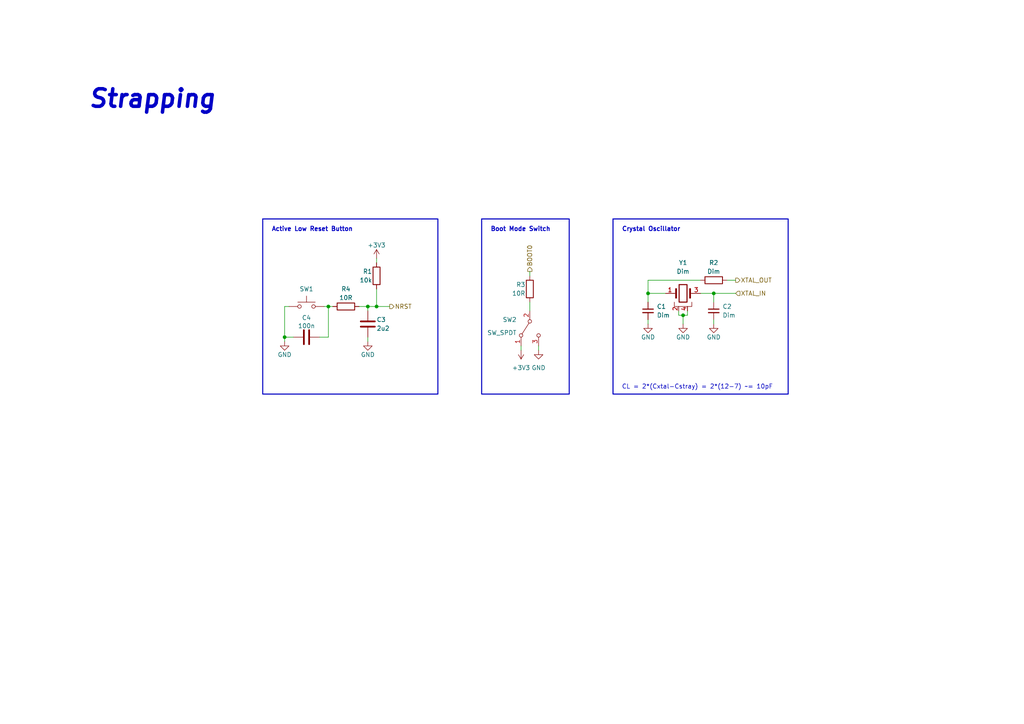
<source format=kicad_sch>
(kicad_sch (version 20230121) (generator eeschema)
  (paper "A4")
  (lib_symbols
    (symbol "Device:C" (pin_numbers hide) (pin_names (offset 0.254))
      (property "Reference" "C" (at 0.635 2.54 0))
      (property "Value" "C" (at 0.635 -2.54 0))
      (symbol "C_0_1"
        (polyline (pts (xy -2.032 -0.762) (xy 2.032 -0.762)) (stroke (width 0.508)))
        (polyline (pts (xy -2.032 0.762) (xy 2.032 0.762)) (stroke (width 0.508)))
      )
      (symbol "C_1_1"
        (pin passive line (at 0 3.81 270) (length 2.794) (name "~") (number "1"))
        (pin passive line (at 0 -3.81 90) (length 2.794) (name "~") (number "2"))
      )
    )
    (symbol "Device:C_Small" (pin_numbers hide) (pin_names (offset 0.254) hide)
      (property "Reference" "C" (at 0.254 1.778 0))
      (property "Value" "C_Small" (at 0.254 -2.032 0))
      (symbol "C_Small_0_1"
        (polyline (pts (xy -1.524 -0.508) (xy 1.524 -0.508)) (stroke (width 0.3302)))
        (polyline (pts (xy -1.524 0.508) (xy 1.524 0.508)) (stroke (width 0.3048)))
      )
      (symbol "C_Small_1_1"
        (pin passive line (at 0 2.54 270) (length 2.032) (name "~") (number "1"))
        (pin passive line (at 0 -2.54 90) (length 2.032) (name "~") (number "2"))
      )
    )
    (symbol "Device:Crystal_GND24" (pin_names (offset 1.016) hide)
      (property "Reference" "Y" (at 0 6.35 0))
      (property "Value" "Crystal_GND24" (at 0 3.81 0))
      (symbol "Crystal_GND24_0_1"
        (rectangle (start -1.143 2.54) (end 1.143 -2.54) (stroke (width 0.3048)))
        (polyline (pts (xy -2.54 0) (xy -2.032 0)))
        (polyline (pts (xy -2.032 -1.27) (xy -2.032 1.27)) (stroke (width 0.508)))
        (polyline (pts (xy 2.032 -1.27) (xy 2.032 1.27)) (stroke (width 0.508)))
        (polyline (pts (xy 2.032 0) (xy 2.54 0)))
        (polyline (pts (xy -2.54 -2.54) (xy -2.54 -3.81) (xy 2.54 -3.81) (xy 2.54 -2.54)))
      )
      (symbol "Crystal_GND24_1_1"
        (pin passive line (at -5.08 0 0) (length 2.54) (name "1") (number "1"))
        (pin passive line (at -1.27 -5.08 90) (length 1.27) (name "2") (number "2"))
        (pin passive line (at 5.08 0 180) (length 2.54) (name "3") (number "3"))
        (pin passive line (at 1.27 -5.08 90) (length 1.27) (name "4") (number "4"))
      )
    )
    (symbol "Device:R" (pin_numbers hide) (pin_names (offset 0))
      (property "Reference" "R" (at 2.032 0 90))
      (property "Value" "R" (at 0 0 90))
      (symbol "R_0_1"
        (rectangle (start -1.016 -2.54) (end 1.016 2.54) (stroke (width 0.254)))
      )
      (symbol "R_1_1"
        (pin passive line (at 0 3.81 270) (length 1.27) (name "~") (number "1"))
        (pin passive line (at 0 -3.81 90) (length 1.27) (name "~") (number "2"))
      )
    )
    (symbol "Switch:SW_Omron_B3FS" (pin_numbers hide) (pin_names (offset 1.016) hide)
      (property "Reference" "SW" (at 1.27 2.54 0))
      (property "Value" "SW_Omron_B3FS" (at 0 -1.524 0))
      (symbol "SW_Omron_B3FS_0_1"
        (circle (center -2.032 0) (radius 0.508))
        (polyline (pts (xy 0 1.27) (xy 0 3.048)))
        (polyline (pts (xy 2.54 1.27) (xy -2.54 1.27)))
        (circle (center 2.032 0) (radius 0.508))
        (pin passive line (at -5.08 0 0) (length 2.54) (name "1") (number "1"))
        (pin passive line (at 5.08 0 180) (length 2.54) (name "2") (number "2"))
      )
    )
    (symbol "Switch:SW_SPDT" (pin_names (offset 0) hide)
      (property "Reference" "SW" (at 0 4.318 0))
      (property "Value" "SW_SPDT" (at 0 -5.08 0))
      (symbol "SW_SPDT_0_0"
        (circle (center -2.032 0) (radius 0.508))
        (circle (center 2.032 -2.54) (radius 0.508))
      )
      (symbol "SW_SPDT_0_1"
        (polyline (pts (xy -1.524 0.254) (xy 1.651 2.286)))
        (circle (center 2.032 2.54) (radius 0.508))
      )
      (symbol "SW_SPDT_1_1"
        (pin passive line (at 5.08 2.54 180) (length 2.54) (name "A") (number "1"))
        (pin passive line (at -5.08 0 0) (length 2.54) (name "B") (number "2"))
        (pin passive line (at 5.08 -2.54 180) (length 2.54) (name "C") (number "3"))
      )
    )
    (symbol "power:+3V3" (power) (pin_names (offset 0))
      (property "Value" "+3V3" (at 0 3.556 0))
      (symbol "+3V3_0_1"
        (polyline (pts (xy -0.762 1.27) (xy 0 2.54)))
        (polyline (pts (xy 0 0) (xy 0 2.54)))
        (polyline (pts (xy 0 2.54) (xy 0.762 1.27)))
      )
      (symbol "+3V3_1_1"
        (pin power_in line (at 0 0 90) (length 0) hide (name "+3V3") (number "1"))
      )
    )
    (symbol "power:GND" (power) (pin_names (offset 0))
      (property "Value" "GND" (at 0 -3.81 0))
      (symbol "GND_0_1"
        (polyline (pts (xy 0 0) (xy 0 -1.27) (xy 1.27 -1.27) (xy 0 -2.54) (xy -1.27 -1.27) (xy 0 -1.27)))
      )
      (symbol "GND_1_1"
        (pin power_in line (at 0 0 270) (length 0) hide (name "GND") (number "1"))
      )
    )
  )
  (junction (at 187.96 85.09))
  (junction (at 106.68 88.9))
  (junction (at 82.55 97.79))
  (junction (at 109.22 88.9))
  (junction (at 95.25 88.9))
  (junction (at 207.01 85.09))
  (junction (at 198.12 91.44))
  (wire (pts (xy 93.98 88.9) (xy 95.25 88.9)))
  (wire (pts (xy 106.68 88.9) (xy 106.68 90.17)))
  (wire (pts (xy 210.82 81.28) (xy 213.36 81.28)))
  (wire (pts (xy 199.39 91.44) (xy 199.39 90.17)))
  (wire (pts (xy 187.96 85.09) (xy 187.96 81.28)))
  (wire (pts (xy 95.25 88.9) (xy 95.25 97.79)))
  (wire (pts (xy 92.71 97.79) (xy 95.25 97.79)))
  (wire (pts (xy 196.85 91.44) (xy 198.12 91.44)))
  (wire (pts (xy 198.12 91.44) (xy 199.39 91.44)))
  (wire (pts (xy 196.85 90.17) (xy 196.85 91.44)))
  (wire (pts (xy 151.13 101.6) (xy 151.13 100.33)))
  (wire (pts (xy 153.67 78.74) (xy 153.67 80.01)))
  (wire (pts (xy 109.22 74.93) (xy 109.22 76.2)))
  (wire (pts (xy 187.96 92.71) (xy 187.96 93.98)))
  (wire (pts (xy 156.21 101.6) (xy 156.21 100.33)))
  (wire (pts (xy 193.04 85.09) (xy 187.96 85.09)))
  (wire (pts (xy 95.25 88.9) (xy 96.52 88.9)))
  (wire (pts (xy 82.55 97.79) (xy 82.55 99.06)))
  (wire (pts (xy 109.22 88.9) (xy 113.03 88.9)))
  (wire (pts (xy 85.09 97.79) (xy 82.55 97.79)))
  (wire (pts (xy 207.01 92.71) (xy 207.01 93.98)))
  (wire (pts (xy 207.01 85.09) (xy 213.36 85.09)))
  (wire (pts (xy 104.14 88.9) (xy 106.68 88.9)))
  (wire (pts (xy 82.55 88.9) (xy 82.55 97.79)))
  (wire (pts (xy 106.68 88.9) (xy 109.22 88.9)))
  (wire (pts (xy 187.96 81.28) (xy 203.2 81.28)))
  (wire (pts (xy 153.67 90.17) (xy 153.67 87.63)))
  (wire (pts (xy 187.96 85.09) (xy 187.96 87.63)))
  (wire (pts (xy 203.2 85.09) (xy 207.01 85.09)))
  (wire (pts (xy 106.68 97.79) (xy 106.68 99.06)))
  (wire (pts (xy 109.22 83.82) (xy 109.22 88.9)))
  (wire (pts (xy 207.01 85.09) (xy 207.01 87.63)))
  (wire (pts (xy 82.55 88.9) (xy 83.82 88.9)))
  (wire (pts (xy 198.12 91.44) (xy 198.12 93.98)))
  (rectangle (start 76.2 63.5) (end 127 114.3) (stroke (width 0.3)))
  (rectangle (start 177.8 63.5) (end 228.6 114.3) (stroke (width 0.3)))
  (rectangle (start 139.7 63.5) (end 165.1 114.3) (stroke (width 0.3)))
  (text "CL = 2*(Cxtal-Cstray) = 2*(12-7) ~= 10pF\n" (at 180.34 113.03 0) (effects (font (size 1.27 1.27)) (justify left bottom)))
  (text "Active Low Reset Button" (at 78.74 67.31 0) (effects (font (size 1.27 1.27) (thickness 0.254) bold) (justify left bottom)))
  (text "Strapping" (at 25.4 31.75 0) (effects (font (size 5.08 5.08) bold italic) (justify left bottom)))
  (text "Boot Mode Switch" (at 142.24 67.31 0) (effects (font (size 1.27 1.27) (thickness 0.254) bold) (justify left bottom)))
  (text "Crystal Oscillator" (at 180.34 67.31 0) (effects (font (size 1.27 1.27) (thickness 0.254) bold) (justify left bottom)))
  (hierarchical_label "NRST" (shape output) (at 113.03 88.9 0))
  (hierarchical_label "XTAL_IN" (shape input) (at 213.36 85.09 0))
  (hierarchical_label "BOOT0" (shape output) (at 153.67 78.74 90))
  (hierarchical_label "XTAL_OUT" (shape output) (at 213.36 81.28 0))
  (symbol (lib_id "Switch:SW_Omron_B3FS") (at 88.9 88.9 0) (unit 1)
    (property "Reference" "SW1" (at 88.9 83.82 0))
    (property "Value" "SW_Panasonic_EVQPUC" (effects hide))
    (property "Footprint" "Button_Switch_THT:SW_PUSH_6mm" (effects hide))
    (property "Datasheet" "https://datasheet.lcsc.com/lcsc/2304140030_PANASONIC-EVQPUC02K_C79174.pdf" (effects hide))
    (property "LCSC Part #" "C79174" (effects hide))
    (property "Dist" "Mouser" (effects hide))
    (instances (project "SoundControl" (path "" (reference "SW1") (unit 1))) (project "STM32F4_HexGauge_V3" (path "" (reference "SW2") (unit 1)) (path "" (reference "SW1") (unit 1))))
  )
  (symbol (lib_id "power:+3V3") (at 151.13 101.6 180) (unit 1)
    (property "Reference" "#PWR07" (effects hide))
    (property "Value" "+3V3" (at 151.13 106.68 0))
    (instances (project "SoundControl" (path "" (reference "#PWR07") (unit 1))) (project "STM32F4_HexGauge_V3" (path "" (reference "#PWR01") (unit 1)) (path "" (reference "#PWR06") (unit 1))))
  )
  (symbol (lib_id "Device:C_Small") (at 207.01 90.17 0) (unit 1)
    (property "Reference" "C2" (at 209.55 88.9063 0) (effects (justify left)))
    (property "Value" "Dim" (at 209.55 91.4463 0) (effects (justify left)))
    (property "Footprint" "Capacitor_SMD:C_1206_3216Metric_Pad1.33x1.80mm_HandSolder" (effects hide))
  )
  (symbol (lib_id "power:GND") (at 156.21 101.6 0) (unit 1)
    (property "Reference" "#PWR08" (effects hide))
    (property "Value" "GND" (at 156.21 106.68 0))
    (instances (project "SoundControl" (path "" (reference "#PWR08") (unit 1))) (project "STM32F4_HexGauge_V3" (path "" (reference "#PWR012") (unit 1)) (path "" (reference "#PWR07") (unit 1))))
  )
  (symbol (lib_id "power:GND") (at 207.01 93.98 0) (unit 1)
    (property "Reference" "#PWR030" (effects hide))
    (property "Value" "GND" (at 207.01 97.79 0))
    (instances (project "SoundControl" (path "" (reference "#PWR030") (unit 1)) (path "" (reference "#PWR04") (unit 1))))
  )
  (symbol (lib_id "Device:R") (at 153.67 83.82 180) (unit 1)
    (property "Reference" "R3" (at 152.4 82.55 0) (effects (justify left)))
    (property "Value" "10R" (at 152.4 85.09 0) (effects (justify left)))
    (property "Footprint" "Resistor_SMD:R_1206_3216Metric_Pad1.30x1.75mm_HandSolder" (effects hide))
    (property "LCSC Part #" "C25077" (effects hide))
    (property "Dist" "LCSC" (effects hide))
    (instances (project "SoundControl" (path "" (reference "R3") (unit 1))) (project "STM32F4_HexGauge_V3" (path "" (reference "R1") (unit 1)) (path "" (reference "R2") (unit 1))))
  )
  (symbol (lib_id "Switch:SW_SPDT") (at 153.67 95.25 90) (mirror x) (unit 1)
    (property "Reference" "SW2" (at 149.86 92.71 90) (effects (justify left)))
    (property "Value" "SW_SPDT" (at 149.86 96.52 90) (effects (justify left)))
    (property "Footprint" "Button_Switch_SMD:SW_SPDT_PCM12" (effects hide))
    (property "Datasheet" "https://datasheet.lcsc.com/lcsc/1912111437_C-K-PCM12SMTR_C221841.pdf" (effects hide))
    (property "LCSC Part #" "C221841" (effects hide))
    (property "Dist" "Mouser" (effects hide))
  )
  (symbol (lib_id "power:GND") (at 198.12 93.98 0) (unit 1)
    (property "Reference" "#PWR030" (effects hide))
    (property "Value" "GND" (at 198.12 97.79 0))
    (instances (project "SoundControl" (path "" (reference "#PWR030") (unit 1)) (path "" (reference "#PWR03") (unit 1))))
  )
  (symbol (lib_id "power:+3V3") (at 109.22 74.93 0) (unit 1)
    (property "Reference" "#PWR01" (effects hide))
    (property "Value" "+3V3" (at 109.22 71.12 0))
    (instances (project "SoundControl" (path "" (reference "#PWR01") (unit 1))) (project "STM32F4_HexGauge_V3" (path "" (reference "#PWR044") (unit 1)) (path "" (reference "#PWR03") (unit 1))))
  )
  (symbol (lib_id "power:GND") (at 106.68 99.06 0) (unit 1)
    (property "Reference" "#PWR06" (effects hide))
    (property "Value" "GND" (at 106.68 102.87 0))
    (instances (project "SoundControl" (path "" (reference "#PWR06") (unit 1))) (project "STM32F4_HexGauge_V3" (path "" (reference "#PWR050") (unit 1)) (path "" (reference "#PWR09") (unit 1))))
  )
  (symbol (lib_id "Device:R") (at 207.01 81.28 90) (unit 1)
    (property "Reference" "R2" (at 207.01 76.2 90))
    (property "Value" "Dim" (at 207.01 78.74 90))
    (property "Footprint" "Resistor_SMD:R_1206_3216Metric_Pad1.30x1.75mm_HandSolder" (effects hide))
  )
  (symbol (lib_id "power:GND") (at 187.96 93.98 0) (unit 1)
    (property "Reference" "#PWR030" (effects hide))
    (property "Value" "GND" (at 187.96 97.79 0))
    (instances (project "SoundControl" (path "" (reference "#PWR030") (unit 1)) (path "" (reference "#PWR02") (unit 1))))
  )
  (symbol (lib_id "Device:C") (at 106.68 93.98 0) (unit 1)
    (property "Reference" "C3" (at 109.22 92.71 0) (effects (justify left)))
    (property "Value" "2u2" (at 109.22 95.25 0) (effects (justify left)))
    (property "Footprint" "Capacitor_SMD:C_1206_3216Metric_Pad1.33x1.80mm_HandSolder" (effects hide))
    (property "LCSC Part #" "C23630" (effects hide))
    (property "Dist" "LCSC" (effects hide))
    (instances (project "SoundControl" (path "" (reference "C3") (unit 1))) (project "STM32F4_HexGauge_V3" (path "" (reference "C6") (unit 1)) (path "" (reference "C8") (unit 1)) (path "" (reference "C11") (unit 1)) (path "" (reference "C27") (unit 1))))
  )
  (symbol (lib_id "Device:R") (at 109.22 80.01 0) (unit 1)
    (property "Reference" "R1" (at 107.95 78.74 0) (effects (justify right)))
    (property "Value" "10k" (at 107.95 81.28 0) (effects (justify right)))
    (property "Footprint" "Resistor_SMD:R_1206_3216Metric_Pad1.30x1.75mm_HandSolder" (effects hide))
    (property "LCSC Part #" "C25744" (effects hide))
    (property "Dist" "LCSC" (effects hide))
    (instances (project "SoundControl" (path "" (reference "R1") (unit 1))) (project "CTN" (path "" (reference "R?") (unit 1))) (project "STM32F4_HexGauge_V3" (path "" (reference "R16") (unit 1)) (path "" (reference "R1") (unit 1))) (project "FastHexGauge" (path "" (reference "R4") (unit 1)) (path "" (reference "R6") (unit 1))))
  )
  (symbol (lib_id "Device:Crystal_GND24") (at 198.12 85.09 0) (unit 1)
    (property "Reference" "Y1" (at 198.12 76.2 0))
    (property "Value" "Dim" (at 198.12 78.74 0))
    (property "Footprint" "Crystal:Crystal_SMD_TXC_7M-4Pin_3.2x2.5mm_HandSoldering" (effects hide))
    (property "Datasheet" "https://www.digikey.de/de/products/detail/shenzhen-yangxing-technology-co-ltd/XL2ED8K5OI-111YXC-50M/15965002" (effects hide))
  )
  (symbol (lib_id "Device:R") (at 100.33 88.9 270) (unit 1)
    (property "Reference" "R4" (at 100.33 83.82 90))
    (property "Value" "10R" (at 100.33 86.36 90))
    (property "Footprint" "Resistor_SMD:R_1206_3216Metric_Pad1.30x1.75mm_HandSolder" (effects hide))
    (property "LCSC Part #" "C25077" (effects hide))
    (property "Dist" "LCSC" (effects hide))
    (instances (project "SoundControl" (path "" (reference "R4") (unit 1))) (project "CTN" (path "" (reference "R?") (unit 1))) (project "STM32F4_HexGauge_V3" (path "" (reference "R17") (unit 1)) (path "" (reference "R3") (unit 1))) (project "FastHexGauge" (path "" (reference "R4") (unit 1)) (path "" (reference "R6") (unit 1))))
  )
  (symbol (lib_id "power:GND") (at 82.55 99.06 0) (unit 1)
    (property "Reference" "#PWR05" (effects hide))
    (property "Value" "GND" (at 82.55 102.87 0))
    (instances (project "SoundControl" (path "" (reference "#PWR05") (unit 1))) (project "STM32F4_HexGauge_V3" (path "" (reference "#PWR049") (unit 1)) (path "" (reference "#PWR08") (unit 1))))
  )
  (symbol (lib_id "Device:C") (at 88.9 97.79 270) (unit 1)
    (property "Reference" "C4" (at 88.9 91.44 90) (effects (justify top)))
    (property "Value" "100n" (at 88.9 95.25 90) (effects (justify bottom)))
    (property "Footprint" "Capacitor_SMD:C_1206_3216Metric_Pad1.33x1.80mm_HandSolder" (effects hide))
    (property "LCSC Part #" "C1525" (effects hide))
    (property "Dist" "LCSC" (effects hide))
    (instances (project "SoundControl" (path "" (reference "C4") (unit 1))) (project "STM32F4_HexGauge_V3" (path "" (reference "C1") (unit 1)) (path "" (reference "C9") (unit 1)) (path "" (reference "C12") (unit 1)) (path "" (reference "C28") (unit 1))))
  )
  (symbol (lib_id "Device:C_Small") (at 187.96 90.17 0) (unit 1)
    (property "Reference" "C1" (at 190.5 88.9063 0) (effects (justify left)))
    (property "Value" "Dim" (at 190.5 91.44 0) (effects (justify left)))
    (property "Footprint" "Capacitor_SMD:C_1206_3216Metric_Pad1.33x1.80mm_HandSolder" (effects hide))
  )
)
</source>
